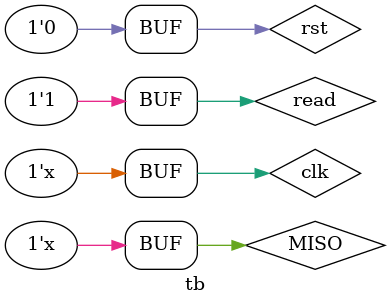
<source format=v>
/* ------------------------------------------------ *
 * Title       : Pmod MIC3 interface simulation     *
 * Project     : Pmod MIC3 interface                *
 * ------------------------------------------------ *
 * File        : sim.v                              *
 * Author      : Yigit Suoglu                       *
 * Last Edit   :                                    *
 * ------------------------------------------------ *
 * Description : Simulation code for Pmod MIC3      *
 *               interface                          *
 * ------------------------------------------------ */

`timescale 1ns / 1ps
// `include "Sources/mic3.v"

module tb();
  reg clk, rst, MISO, read;
  wire SPI_SCLK, CS, new_data;
  wire [11:0] audio;

  always #5 clk <= ~clk;

  always #70 MISO <= ~MISO; //Alternating MISO

  mic3 uut(clk, rst, SPI_SCLK, CS, MISO, read, audio, new_data);

  initial //initilizations and reset
    begin
      clk <= 0;
      rst <= 0;
      MISO <= 0;
      read <= 0;
      #3
      rst <= 1;
      #10
      rst <= 0;
    end
  initial //Testcases
    begin
      #402
      read <= 1;
      #100
      read <= 0;
      #2500
      read <= 1;
    end
  // initial //Tracked signals & Total sim time
  //   begin
  //     #10000
  //     $finish;
  //   end
endmodule//tb
</source>
